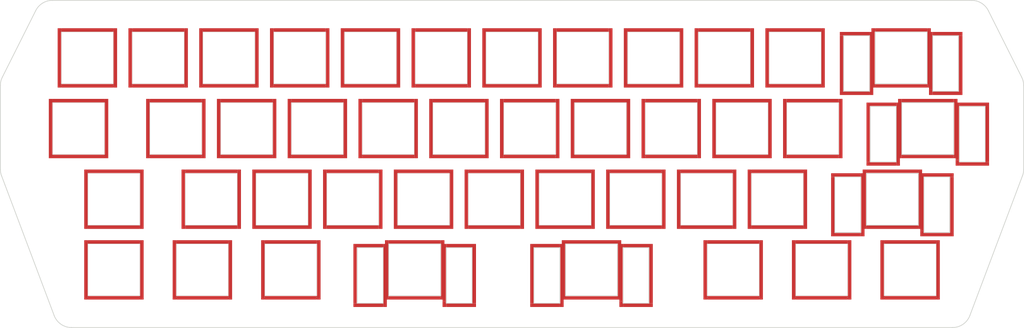
<source format=kicad_pcb>
(kicad_pcb (version 20211014) (generator pcbnew)
  (layers (0 "F.Cu" signal) (31 "B.Cu" signal) (34 "B.Paste" user) (35 "F.Paste" user) (36 "B.SilkS" user "B.Silkscreen") (37 "F.SilkS" user "F.Silkscreen") (38 "B.Mask" user) (39 "F.Mask" user) (44 "Edge.Cuts" user))
  (net 0 "")
  (footprint "mikamo3:KeySwitch_Plate_Hole" (layer "F.Cu") (at 103.4475 184.47125)
    (fp_text reference "REF**" hide)
    (fp_text value "KeySwitch_Plate_Hole" hide)
    (fp_rect (start -7 -7) (end 7 7) (layer "Edge.Cuts") (width 0.12) (fill none))
    (pad "" smd rect (at 0 7.5) (size 14 1) (layers "F.Cu" "F.Paste" "F.Mask"))
    (pad "" smd rect (at 7.5 0 90) (size 16 1) (layers "F.Cu" "F.Paste" "F.Mask"))
    (pad "" smd rect (at -7.5 0 90) (size 16 1) (layers "F.Cu" "F.Paste" "F.Mask"))
    (pad "" smd rect (at 0 -7.5) (size 14 1) (layers "F.Cu" "F.Paste" "F.Mask"))
  )
  (footprint "" (layer "F.Cu") (at 329.862688 195.996)
    (fp_text reference "" (at 0 0) (layer "F.SilkS") (effects (font (size 1.27 1.27))))
    (fp_text value "" (at 0 0) (layer "F.SilkS") (effects (font (size 1.27 1.27))))
    (pad "" np_thru_hole circle (at 0 0) (size 2.3 2.3) (drill 2.3) (layers F&B.Cu *.Mask))
  )
  (footprint "mikamo3:KeySwitch_Plate_Hole" (layer "F.Cu") (at 167.74125 165.42125)
    (fp_text reference "REF**" hide)
    (fp_text value "KeySwitch_Plate_Hole" hide)
    (fp_rect (start -7 -7) (end 7 7) (layer "Edge.Cuts") (width 0.12) (fill none))
    (pad "" smd rect (at 7.5 0 90) (size 16 1) (layers "F.Cu" "F.Paste" "F.Mask"))
    (pad "" smd rect (at -7.5 0 90) (size 16 1) (layers "F.Cu" "F.Paste" "F.Mask"))
    (pad "" smd rect (at 0 -7.5) (size 14 1) (layers "F.Cu" "F.Paste" "F.Mask"))
    (pad "" smd rect (at 0 7.5) (size 14 1) (layers "F.Cu" "F.Paste" "F.Mask"))
  )
  (footprint "mikamo3:KeySwitch_Plate_Hole" (layer "F.Cu") (at 115.35375 127.32125)
    (fp_text reference "REF**" hide)
    (fp_text value "KeySwitch_Plate_Hole" hide)
    (fp_rect (start -7 -7) (end 7 7) (layer "Edge.Cuts") (width 0.12) (fill none))
    (pad "" smd rect (at 7.5 0 90) (size 16 1) (layers "F.Cu" "F.Paste" "F.Mask"))
    (pad "" smd rect (at 0 7.5) (size 14 1) (layers "F.Cu" "F.Paste" "F.Mask"))
    (pad "" smd rect (at -7.5 0 90) (size 16 1) (layers "F.Cu" "F.Paste" "F.Mask"))
    (pad "" smd rect (at 0 -7.5) (size 14 1) (layers "F.Cu" "F.Paste" "F.Mask"))
  )
  (footprint "mikamo3:KeySwitch_Plate_Hole_With_Stabilizer" (layer "F.Cu") (at 322.5225 146.37125)
    (fp_text reference "REF**" hide)
    (fp_text value "KeySwitch_Plate_Hole_With_Stabilizer" hide)
    (fp_line (start 7 -7) (end 7 7) (layer "Edge.Cuts") (width 0.2))
    (fp_line (start -15.5 -6) (end -8.5 -6) (layer "Edge.Cuts") (width 0.2))
    (fp_line (start 7 7) (end -7 7) (layer "Edge.Cuts") (width 0.2))
    (fp_line (start 8.5 -6) (end 15.438 -6) (layer "Edge.Cuts") (width 0.2))
    (fp_line (start -15.5 9) (end -15.5 -6) (layer "Edge.Cuts") (width 0.2))
    (fp_line (start 15.438 9) (end 8.5 9) (layer "Edge.Cuts") (width 0.2))
    (fp_line (start -8.5 9) (end -15.5 9) (layer "Edge.Cuts") (width 0.2))
    (fp_line (start -8.5 -6) (end -8.5 9) (layer "Edge.Cuts") (width 0.2))
    (fp_line (start -7 -7) (end 7 -7) (layer "Edge.Cuts") (width 0.2))
    (fp_line (start -7 7) (end -7 -7) (layer "Edge.Cuts") (width 0.2))
    (fp_line (start 8.5 9) (end 8.5 -6) (layer "Edge.Cuts") (width 0.2))
    (fp_line (start 15.438 -6) (end 15.438 9) (layer "Edge.Cuts") (width 0.2))
    (pad "" smd rect (at -12.5 9.5 180) (size 8 1) (layers "F.Cu" "F.Paste" "F.Mask"))
    (pad "" smd rect (at -8 1.5 180) (size 1 17) (layers "F.Cu" "F.Paste" "F.Mask"))
    (pad "" smd rect (at 0 -7.5) (size 14 1) (layers "F.Cu" "F.Paste" "F.Mask"))
    (pad "" smd rect (at -7.5 0 90) (size 16 1) (layers "F.Cu" "F.Paste" "F.Mask"))
    (pad "" smd rect (at -16 1.5 90) (size 15 1) (layers "F.Cu" "F.Paste" "F.Mask"))
    (pad "" smd rect (at -12.5 -6.5 180) (size 8 1) (layers "F.Cu" "F.Paste" "F.Mask"))
    (pad "" smd rect (at 16 1.5 90) (size 15 1) (layers "F.Cu" "F.Paste" "F.Mask"))
    (pad "" smd rect (at 7.5 0 90) (size 16 1) (layers "F.Cu" "F.Paste" "F.Mask"))
    (pad "" smd rect (at 0 7.5) (size 14 1) (layers "F.Cu" "F.Paste" "F.Mask"))
    (pad "" smd rect (at 8 9.25 180) (size 1 1.5) (layers "F.Cu" "F.Paste" "F.Mask"))
    (pad "" smd rect (at 8 0.75 90) (size 15.5 1) (layers "F.Cu" "F.Paste" "F.Mask"))
    (pad "" smd rect (at 12.5 9.5 180) (size 8 1) (layers "F.Cu" "F.Paste" "F.Mask"))
    (pad "" smd rect (at 12.5 -6.5 180) (size 8 1) (layers "F.Cu" "F.Paste" "F.Mask"))
  )
  (footprint "" (layer "F.Cu") (at 78.215441 161.099753)
    (fp_text reference "" (at 0 0) (layer "F.SilkS") (effects (font (size 1.27 1.27))))
    (fp_text value "" (at 0 0) (layer "F.SilkS") (effects (font (size 1.27 1.27))))
    (pad "" np_thru_hole circle (at 0 0) (size 2.3 2.3) (drill 2.3) (layers F&B.Cu *.Mask))
  )
  (footprint "mikamo3:KeySwitch_Plate_Hole" (layer "F.Cu") (at 93.9225 146.37125)
    (fp_text reference "REF**" hide)
    (fp_text value "KeySwitch_Plate_Hole" hide)
    (fp_rect (start -7 -7) (end 7 7) (layer "Edge.Cuts") (width 0.12) (fill none))
    (pad "" smd rect (at 0 7.5) (size 14 1) (layers "F.Cu" "F.Paste" "F.Mask"))
    (pad "" smd rect (at -7.5 0 90) (size 16 1) (layers "F.Cu" "F.Paste" "F.Mask"))
    (pad "" smd rect (at 7.5 0 90) (size 16 1) (layers "F.Cu" "F.Paste" "F.Mask"))
    (pad "" smd rect (at 0 -7.5) (size 14 1) (layers "F.Cu" "F.Paste" "F.Mask"))
  )
  (footprint "mikamo3:KeySwitch_Plate_Hole" (layer "F.Cu") (at 282.04125 165.42125)
    (fp_text reference "REF**" hide)
    (fp_text value "KeySwitch_Plate_Hole" hide)
    (fp_rect (start -7 -7) (end 7 7) (layer "Edge.Cuts") (width 0.12) (fill none))
    (pad "" smd rect (at 7.5 0 90) (size 16 1) (layers "F.Cu" "F.Paste" "F.Mask"))
    (pad "" smd rect (at -7.5 0 90) (size 16 1) (layers "F.Cu" "F.Paste" "F.Mask"))
    (pad "" smd rect (at 0 -7.5) (size 14 1) (layers "F.Cu" "F.Paste" "F.Mask"))
    (pad "" smd rect (at 0 7.5) (size 14 1) (layers "F.Cu" "F.Paste" "F.Mask"))
  )
  (footprint "mikamo3:KeySwitch_Plate_Hole" (layer "F.Cu") (at 151.0725 184.47125)
    (fp_text reference "REF**" hide)
    (fp_text value "KeySwitch_Plate_Hole" hide)
    (fp_rect (start -7 -7) (end 7 7) (layer "Edge.Cuts") (width 0.12) (fill none))
    (pad "" smd rect (at 0 -7.5) (size 14 1) (layers "F.Cu" "F.Paste" "F.Mask"))
    (pad "" smd rect (at 0 7.5) (size 14 1) (layers "F.Cu" "F.Paste" "F.Mask"))
    (pad "" smd rect (at 7.5 0 90) (size 16 1) (layers "F.Cu" "F.Paste" "F.Mask"))
    (pad "" smd rect (at -7.5 0 90) (size 16 1) (layers "F.Cu" "F.Paste" "F.Mask"))
  )
  (footprint "" (layer "F.Cu") (at 91.345012 195.996)
    (fp_text reference "" (at 0 0) (layer "F.SilkS") (effects (font (size 1.27 1.27))))
    (fp_text value "" (at 0 0) (layer "F.SilkS") (effects (font (size 1.27 1.27))))
    (pad "" np_thru_hole circle (at 0 0) (size 2.3 2.3) (drill 2.3) (layers F&B.Cu *.Mask))
  )
  (footprint "mikamo3:KeySwitch_Plate_Hole_With_Stabilizer" (layer "F.Cu") (at 315.347 127.32125)
    (fp_text reference "REF**" hide)
    (fp_text value "KeySwitch_Plate_Hole_With_Stabilizer" hide)
    (fp_line (start -7 7) (end -7 -7) (layer "Edge.Cuts") (width 0.2))
    (fp_line (start -8.5 9) (end -15.5 9) (layer "Edge.Cuts") (width 0.2))
    (fp_line (start -15.5 -6) (end -8.5 -6) (layer "Edge.Cuts") (width 0.2))
    (fp_line (start -8.5 -6) (end -8.5 9) (layer "Edge.Cuts") (width 0.2))
    (fp_line (start 15.438 9) (end 8.5 9) (layer "Edge.Cuts") (width 0.2))
    (fp_line (start -7 -7) (end 7 -7) (layer "Edge.Cuts") (width 0.2))
    (fp_line (start 8.5 9) (end 8.5 -6) (layer "Edge.Cuts") (width 0.2))
    (fp_line (start 7 -7) (end 7 7) (layer "Edge.Cuts") (width 0.2))
    (fp_line (start -15.5 9) (end -15.5 -6) (layer "Edge.Cuts") (width 0.2))
    (fp_line (start 8.5 -6) (end 15.438 -6) (layer "Edge.Cuts") (width 0.2))
    (fp_line (start 15.438 -6) (end 15.438 9) (layer "Edge.Cuts") (width 0.2))
    (fp_line (start 7 7) (end -7 7) (layer "Edge.Cuts") (width 0.2))
    (pad "" smd rect (at -8 1.5 180) (size 1 17) (layers "F.Cu" "F.Paste" "F.Mask"))
    (pad "" smd rect (at 0 7.5) (size 14 1) (layers "F.Cu" "F.Paste" "F.Mask"))
    (pad "" smd rect (at 8 0.75 90) (size 15.5 1) (layers "F.Cu" "F.Paste" "F.Mask"))
    (pad "" smd rect (at 0 -7.5) (size 14 1) (layers "F.Cu" "F.Paste" "F.Mask"))
    (pad "" smd rect (at 8 9.25 180) (size 1 1.5) (layers "F.Cu" "F.Paste" "F.Mask"))
    (pad "" smd rect (at 12.5 9.5 180) (size 8 1) (layers "F.Cu" "F.Paste" "F.Mask"))
    (pad "" smd rect (at 16 1.5 90) (size 15 1) (layers "F.Cu" "F.Paste" "F.Mask"))
    (pad "" smd rect (at -16 1.5 90) (size 15 1) (layers "F.Cu" "F.Paste" "F.Mask"))
    (pad "" smd rect (at -7.5 0 90) (size 16 1) (layers "F.Cu" "F.Paste" "F.Mask"))
    (pad "" smd rect (at -12.5 -6.5 180) (size 8 1) (layers "F.Cu" "F.Paste" "F.Mask"))
    (pad "" smd rect (at 7.5 0 90) (size 16 1) (layers "F.Cu" "F.Paste" "F.Mask"))
    (pad "" smd rect (at -12.5 9.5 180) (size 8 1) (layers "F.Cu" "F.Paste" "F.Mask"))
    (pad "" smd rect (at 12.5 -6.5 180) (size 8 1) (layers "F.Cu" "F.Paste" "F.Mask"))
  )
  (footprint "mikamo3:HOLE_M2" (layer "F.Cu") (at 86.249472 115.796)
    (fp_text reference "REF**" hide)
    (fp_text value "HOLE_M2" hide)
    (pad "" np_thru_hole circle (at 0 0) (size 2.3 2.3) (drill 2.3) (layers F&B.Cu *.Mask))
  )
  (footprint "mikamo3:KeySwitch_Plate_Hole" (layer "F.Cu") (at 205.84125 165.42125)
    (fp_text reference "REF**" hide)
    (fp_text value "KeySwitch_Plate_Hole" hide)
    (fp_rect (start -7 -7) (end 7 7) (layer "Edge.Cuts") (width 0.12) (fill none))
    (pad "" smd rect (at 0 7.5) (size 14 1) (layers "F.Cu" "F.Paste" "F.Mask"))
    (pad "" smd rect (at 7.5 0 90) (size 16 1) (layers "F.Cu" "F.Paste" "F.Mask"))
    (pad "" smd rect (at -7.5 0 90) (size 16 1) (layers "F.Cu" "F.Paste" "F.Mask"))
    (pad "" smd rect (at 0 -7.5) (size 14 1) (layers "F.Cu" "F.Paste" "F.Mask"))
  )
  (footprint "mikamo3:KeySwitch_Plate_Hole" (layer "F.Cu") (at 293.9475 184.47125)
    (fp_text reference "REF**" hide)
    (fp_text value "KeySwitch_Plate_Hole" hide)
    (fp_rect (start -7 -7) (end 7 7) (layer "Edge.Cuts") (width 0.12) (fill none))
    (pad "" smd rect (at -7.5 0 90) (size 16 1) (layers "F.Cu" "F.Paste" "F.Mask"))
    (pad "" smd rect (at 0 7.5) (size 14 1) (layers "F.Cu" "F.Paste" "F.Mask"))
    (pad "" smd rect (at 0 -7.5) (size 14 1) (layers "F.Cu" "F.Paste" "F.Mask"))
    (pad "" smd rect (at 7.5 0 90) (size 16 1) (layers "F.Cu" "F.Paste" "F.Mask"))
  )
  (footprint "" (layer "F.Cu") (at 334.958228 115.796)
    (fp_text reference "" (at 0 0) (layer "F.SilkS") (effects (font (size 1.27 1.27))))
    (fp_text value "" (at 0 0) (layer "F.SilkS") (effects (font (size 1.27 1.27))))
    (pad "" np_thru_hole circle (at 0 0) (size 2.3 2.3) (drill 2.3) (layers F&B.Cu *.Mask))
  )
  (footprint "mikamo3:KeySwitch_Plate_Hole_With_Stabilizer" (layer "F.Cu") (at 232.00325 184.47125)
    (fp_text reference "REF**" hide)
    (fp_text value "KeySwitch_Plate_Hole_With_Stabilizer" hide)
    (fp_line (start -8.5 9) (end -15.5 9) (layer "Edge.Cuts") (width 0.2))
    (fp_line (start 7 -7) (end 7 7) (layer "Edge.Cuts") (width 0.2))
    (fp_line (start 15.438 9) (end 8.5 9) (layer "Edge.Cuts") (width 0.2))
    (fp_line (start -8.5 -6) (end -8.5 9) (layer "Edge.Cuts") (width 0.2))
    (fp_line (start -7 -7) (end 7 -7) (layer "Edge.Cuts") (width 0.2))
    (fp_line (start -15.5 9) (end -15.5 -6) (layer "Edge.Cuts") (width 0.2))
    (fp_line (start 8.5 9) (end 8.5 -6) (layer "Edge.Cuts") (width 0.2))
    (fp_line (start -7 7) (end -7 -7) (layer "Edge.Cuts") (width 0.2))
    (fp_line (start -15.5 -6) (end -8.5 -6) (layer "Edge.Cuts") (width 0.2))
    (fp_line (start 15.438 -6) (end 15.438 9) (layer "Edge.Cuts") (width 0.2))
    (fp_line (start 7 7) (end -7 7) (layer "Edge.Cuts") (width 0.2))
    (fp_line (start 8.5 -6) (end 15.438 -6) (layer "Edge.Cuts") (width 0.2))
    (pad "" smd rect (at 12.5 9.5 180) (size 8 1) (layers "F.Cu" "F.Paste" "F.Mask"))
    (pad "" smd rect (at -12.5 9.5 180) (size 8 1) (layers "F.Cu" "F.Paste" "F.Mask"))
    (pad "" smd rect (at 12.5 -6.5 180) (size 8 1) (layers "F.Cu" "F.Paste" "F.Mask"))
    (pad "" smd rect (at 16 1.5 90) (size 15 1) (layers "F.Cu" "F.Paste" "F.Mask"))
    (pad "" smd rect (at 8 9.25 180) (size 1 1.5) (layers "F.Cu" "F.Paste" "F.Mask"))
    (pad "" smd rect (at 0 7.5) (size 14 1) (layers "F.Cu" "F.Paste" "F.Mask"))
    (pad "" smd rect (at 0 -7.5) (size 14 1) (layers "F.Cu" "F.Paste" "F.Mask"))
    (pad "" smd rect (at -8 1.5 180) (size 1 17) (layers "F.Cu" "F.Paste" "F.Mask"))
    (pad "" smd rect (at -7.5 0 90) (size 16 1) (layers "F.Cu" "F.Paste" "F.Mask"))
    (pad "" smd rect (at -12.5 -6.5 180) (size 8 1) (layers "F.Cu" "F.Paste" "F.Mask"))
    (pad "" smd rect (at -16 1.5 90) (size 15 1) (layers "F.Cu" "F.Paste" "F.Mask"))
    (pad "" smd rect (at 8 0.75 90) (size 15.5 1) (layers "F.Cu" "F.Paste" "F.Mask"))
    (pad "" smd rect (at 7.5 0 90) (size 16 1) (layers "F.Cu" "F.Paste" "F.Mask"))
  )
  (footprint "mikamo3:KeySwitch_Plate_Hole" (layer "F.Cu") (at 153.45375 127.32125)
    (fp_text reference "REF**" hide)
    (fp_text value "KeySwitch_Plate_Hole" hide)
    (fp_rect (start -7 -7) (end 7 7) (layer "Edge.Cuts") (width 0.12) (fill none))
    (pad "" smd rect (at 0 -7.5) (size 14 1) (layers "F.Cu" "F.Paste" "F.Mask"))
    (pad "" smd rect (at -7.5 0 90) (size 16 1) (layers "F.Cu" "F.Paste" "F.Mask"))
    (pad "" smd rect (at 7.5 0 90) (size 16 1) (layers "F.Cu" "F.Paste" "F.Mask"))
    (pad "" smd rect (at 0 7.5) (size 14 1) (layers "F.Cu" "F.Paste" "F.Mask"))
  )
  (footprint "mikamo3:KeySwitch_Plate_Hole" (layer "F.Cu") (at 129.64125 165.42125)
    (fp_text reference "REF**" hide)
    (fp_text value "KeySwitch_Plate_Hole" hide)
    (fp_rect (start -7 -7) (end 7 7) (layer "Edge.Cuts") (width 0.12) (fill none))
    (pad "" smd rect (at 0 -7.5) (size 14 1) (layers "F.Cu" "F.Paste" "F.Mask"))
    (pad "" smd rect (at -7.5 0 90) (size 16 1) (layers "F.Cu" "F.Paste" "F.Mask"))
    (pad "" smd rect (at 0 7.5) (size 14 1) (layers "F.Cu" "F.Paste" "F.Mask"))
    (pad "" smd rect (at 7.5 0 90) (size 16 1) (layers "F.Cu" "F.Paste" "F.Mask"))
  )
  (footprint "" (layer "F.Cu") (at 205.838099 195.989802)
    (fp_text reference "" (at 0 0) (layer "F.SilkS") (effects (font (size 1.27 1.27))))
    (fp_text value "" (at 0 0) (layer "F.SilkS") (effects (font (size 1.27 1.27))))
    (pad "" np_thru_hole circle (at 0 0) (size 2.3 2.3) (drill 2.3) (layers F&B.Cu *.Mask))
  )
  (footprint "mikamo3:KeySwitch_Plate_Hole" (layer "F.Cu") (at 134.40375 127.32125)
    (fp_text reference "REF**" hide)
    (fp_text value "KeySwitch_Plate_Hole" hide)
    (fp_rect (start -7 -7) (end 7 7) (layer "Edge.Cuts") (width 0.12) (fill none))
    (pad "" smd rect (at -7.5 0 90) (size 16 1) (layers "F.Cu" "F.Paste" "F.Mask"))
    (pad "" smd rect (at 0 -7.5) (size 14 1) (layers "F.Cu" "F.Paste" "F.Mask"))
    (pad "" smd rect (at 0 7.5) (size 14 1) (layers "F.Cu" "F.Paste" "F.Mask"))
    (pad "" smd rect (at 7.5 0 90) (size 16 1) (layers "F.Cu" "F.Paste" "F.Mask"))
  )
  (footprint "mikamo3:KeySwitch_Plate_Hole" (layer "F.Cu") (at 127.26 184.47125)
    (fp_text reference "REF**" hide)
    (fp_text value "KeySwitch_Plate_Hole" hide)
    (fp_rect (start -7 -7) (end 7 7) (layer "Edge.Cuts") (width 0.12) (fill none))
    (pad "" smd rect (at 7.5 0 90) (size 16 1) (layers "F.Cu" "F.Paste" "F.Mask"))
    (pad "" smd rect (at 0 7.5) (size 14 1) (layers "F.Cu" "F.Paste" "F.Mask"))
    (pad "" smd rect (at -7.5 0 90) (size 16 1) (layers "F.Cu" "F.Paste" "F.Mask"))
    (pad "" smd rect (at 0 -7.5) (size 14 1) (layers "F.Cu" "F.Paste" "F.Mask"))
  )
  (footprint "mikamo3:KeySwitch_Plate_Hole" (layer "F.Cu") (at 177.26625 146.37125)
    (fp_text reference "REF**" hide)
    (fp_text value "KeySwitch_Plate_Hole" hide)
    (fp_rect (start -7 -7) (end 7 7) (layer "Edge.Cuts") (width 0.12) (fill none))
    (pad "" smd rect (at 0 -7.5) (size 14 1) (layers "F.Cu" "F.Paste" "F.Mask"))
    (pad "" smd rect (at 0 7.5) (size 14 1) (layers "F.Cu" "F.Paste" "F.Mask"))
    (pad "" smd rect (at -7.5 0 90) (size 16 1) (layers "F.Cu" "F.Paste" "F.Mask"))
    (pad "" smd rect (at 7.5 0 90) (size 16 1) (layers "F.Cu" "F.Paste" "F.Mask"))
  )
  (footprint "mikamo3:KeySwitch_Plate_Hole" (layer "F.Cu") (at 229.65375 127.32125)
    (fp_text reference "REF**" hide)
    (fp_text value "KeySwitch_Plate_Hole" hide)
    (fp_rect (start -7 -7) (end 7 7) (layer "Edge.Cuts") (width 0.12) (fill none))
    (pad "" smd rect (at 0 7.5) (size 14 1) (layers "F.Cu" "F.Paste" "F.Mask"))
    (pad "" smd rect (at 7.5 0 90) (size 16 1) (layers "F.Cu" "F.Paste" "F.Mask"))
    (pad "" smd rect (at -7.5 0 90) (size 16 1) (layers "F.Cu" "F.Paste" "F.Mask"))
    (pad "" smd rect (at 0 -7.5) (size 14 1) (layers "F.Cu" "F.Paste" "F.Mask"))
  )
  (footprint "mikamo3:KeySwitch_Plate_Hole" (layer "F.Cu") (at 243.94125 165.42125)
    (fp_text reference "REF**" hide)
    (fp_text value "KeySwitch_Plate_Hole" hide)
    (fp_rect (start -7 -7) (end 7 7) (layer "Edge.Cuts") (width 0.12) (fill none))
    (pad "" smd rect (at 0 7.5) (size 14 1) (layers "F.Cu" "F.Paste" "F.Mask"))
    (pad "" smd rect (at 0 -7.5) (size 14 1) (layers "F.Cu" "F.Paste" "F.Mask"))
    (pad "" smd rect (at 7.5 0 90) (size 16 1) (layers "F.Cu" "F.Paste" "F.Mask"))
    (pad "" smd rect (at -7.5 0 90) (size 16 1) (layers "F.Cu" "F.Paste" "F.Mask"))
  )
  (footprint "mikamo3:KeySwitch_Plate_Hole" (layer "F.Cu") (at 139.16625 146.37125)
    (fp_text reference "REF**" hide)
    (fp_text value "KeySwitch_Plate_Hole" hide)
    (fp_rect (start -7 -7) (end 7 7) (layer "Edge.Cuts") (width 0.12) (fill none))
    (pad "" smd rect (at 0 7.5) (size 14 1) (layers "F.Cu" "F.Paste" "F.Mask"))
    (pad "" smd rect (at 0 -7.5) (size 14 1) (layers "F.Cu" "F.Paste" "F.Mask"))
    (pad "" smd rect (at -7.5 0 90) (size 16 1) (layers "F.Cu" "F.Paste" "F.Mask"))
    (pad "" smd rect (at 7.5 0 90) (size 16 1) (layers "F.Cu" "F.Paste" "F.Mask"))
  )
  (footprint "mikamo3:KeySwitch_Plate_Hole" (layer "F.Cu") (at 172.50375 127.32125)
    (fp_text reference "REF**" hide)
    (fp_text value "KeySwitch_Plate_Hole" hide)
    (fp_rect (start -7 -7) (end 7 7) (layer "Edge.Cuts") (width 0.12) (fill none))
    (pad "" smd rect (at 7.5 0 90) (size 16 1) (layers "F.Cu" "F.Paste" "F.Mask"))
    (pad "" smd rect (at 0 -7.5) (size 14 1) (layers "F.Cu" "F.Paste" "F.Mask"))
    (pad "" smd rect (at -7.5 0 90) (size 16 1) (layers "F.Cu" "F.Paste" "F.Mask"))
    (pad "" smd rect (at 0 7.5) (size 14 1) (layers "F.Cu" "F.Paste" "F.Mask"))
  )
  (footprint "" (layer "F.Cu") (at 201.089274 115.8)
    (fp_text reference "" (at 0 0) (layer "F.SilkS") (effects (font (size 1.27 1.27))))
    (fp_text value "" (at 0 0) (layer "F.SilkS") (effects (font (size 1.27 1.27))))
    (pad "" np_thru_hole circle (at 0 0) (size 2.3 2.3) (drill 2.3) (layers F&B.Cu *.Mask))
  )
  (footprint "mikamo3:KeySwitch_Plate_Hole" (layer "F.Cu") (at 291.56625 146.37125)
    (fp_text reference "REF**" hide)
    (fp_text value "KeySwitch_Plate_Hole" hide)
    (fp_rect (start -7 -7) (end 7 7) (layer "Edge.Cuts") (width 0.12) (fill none))
    (pad "" smd rect (at -7.5 0 90) (size 16 1) (layers "F.Cu" "F.Paste" "F.Mask"))
    (pad "" smd rect (at 0 7.5) (size 14 1) (layers "F.Cu" "F.Paste" "F.Mask"))
    (pad "" smd rect (at 7.5 0 90) (size 16 1) (layers "F.Cu" "F.Paste" "F.Mask"))
    (pad "" smd rect (at 0 -7.5) (size 14 1) (layers "F.Cu" "F.Paste" "F.Mask"))
  )
  (footprint "mikamo3:KeySwitch_Plate_Hole" (layer "F.Cu") (at 158.21625 146.37125)
    (fp_text reference "REF**" hide)
    (fp_text value "KeySwitch_Plate_Hole" hide)
    (fp_rect (start -7 -7) (end 7 7) (layer "Edge.Cuts") (width 0.12) (fill none))
    (pad "" smd rect (at 0 7.5) (size 14 1) (layers "F.Cu" "F.Paste" "F.Mask"))
    (pad "" smd rect (at 0 -7.5) (size 14 1) (layers "F.Cu" "F.Paste" "F.Mask"))
    (pad "" smd rect (at 7.5 0 90) (size 16 1) (layers "F.Cu" "F.Paste" "F.Mask"))
    (pad "" smd rect (at -7.5 0 90) (size 16 1) (layers "F.Cu" "F.Paste" "F.Mask"))
  )
  (footprint "mikamo3:KeySwitch_Plate_Hole" (layer "F.Cu") (at 267.75375 127.32125)
    (fp_text reference "REF**" hide)
    (fp_text value "KeySwitch_Plate_Hole" hide)
    (fp_rect (start -7 -7) (end 7 7) (layer "Edge.Cuts") (width 0.12) (fill none))
    (pad "" smd rect (at 0 -7.5) (size 14 1) (layers "F.Cu" "F.Paste" "F.Mask"))
    (pad "" smd rect (at 7.5 0 90) (size 16 1) (layers "F.Cu" "F.Paste" "F.Mask"))
    (pad "" smd rect (at -7.5 0 90) (size 16 1) (layers "F.Cu" "F.Paste" "F.Mask"))
    (pad "" smd rect (at 0 7.5) (size 14 1) (layers "F.Cu" "F.Paste" "F.Mask"))
  )
  (footprint "mikamo3:KeySwitch_Plate_Hole" (layer "F.Cu") (at 196.31625 146.37125)
    (fp_text reference "REF**" hide)
    (fp_text value "KeySwitch_Plate_Hole" hide)
    (fp_rect (start -7 -7) (end 7 7) (layer "Edge.Cuts") (width 0.12) (fill none))
    (pad "" smd rect (at 0 -7.5) (size 14 1) (layers "F.Cu" "F.Paste" "F.Mask"))
    (pad "" smd rect (at 0 7.5) (size 14 1) (layers "F.Cu" "F.Paste" "F.Mask"))
    (pad "" smd rect (at -7.5 0 90) (size 16 1) (layers "F.Cu" "F.Paste" "F.Mask"))
    (pad "" smd rect (at 7.5 0 90) (size 16 1) (layers "F.Cu" "F.Paste" "F.Mask"))
  )
  (footprint "mikamo3:KeySwitch_Plate_Hole" (layer "F.Cu") (at 317.76 184.47125)
    (fp_text reference "REF**" hide)
    (fp_text value "KeySwitch_Plate_Hole" hide)
    (fp_rect (start -7 -7) (end 7 7) (layer "Edge.Cuts") (width 0.12) (fill none))
    (pad "" smd rect (at -7.5 0 90) (size 16 1) (layers "F.Cu" "F.Paste" "F.Mask"))
    (pad "" smd rect (at 0 -7.5) (size 14 1) (layers "F.Cu" "F.Paste" "F.Mask"))
    (pad "" smd rect (at 0 7.5) (size 14 1) (layers "F.Cu" "F.Paste" "F.Mask"))
    (pad "" smd rect (at 7.5 0 90) (size 16 1) (layers "F.Cu" "F.Paste" "F.Mask"))
  )
  (footprint "mikamo3:KeySwitch_Plate_Hole" (layer "F.Cu") (at 148.69125 165.42125)
    (fp_text reference "REF**" hide)
    (fp_text value "KeySwitch_Plate_Hole" hide)
    (fp_rect (start -7 -7) (end 7 7) (layer "Edge.Cuts") (width 0.12) (fill none))
    (pad "" smd rect (at 7.5 0 90) (size 16 1) (layers "F.Cu" "F.Paste" "F.Mask"))
    (pad "" smd rect (at 0 -7.5) (size 14 1) (layers "F.Cu" "F.Paste" "F.Mask"))
    (pad "" smd rect (at -7.5 0 90) (size 16 1) (layers "F.Cu" "F.Paste" "F.Mask"))
    (pad "" smd rect (at 0 7.5) (size 14 1) (layers "F.Cu" "F.Paste" "F.Mask"))
  )
  (footprint "" (layer "F.Cu") (at 342.950485 161.126003)
    (fp_text reference "" (at 0 0) (layer "F.SilkS") (effects (font (size 1.27 1.27))))
    (fp_text value "" (at 0 0) (layer "F.SilkS") (effects (font (size 1.27 1.27))))
    (pad "" np_thru_hole circle (at 0 0) (size 2.3 2.3) (drill 2.3) (layers F&B.Cu *.Mask))
  )
  (footprint "mikamo3:KeySwitch_Plate_Hole" (layer "F.Cu") (at 186.79125 165.42125)
    (fp_text reference "REF**" hide)
    (fp_text value "KeySwitch_Plate_Hole" hide)
    (fp_rect (start -7 -7) (end 7 7) (layer "Edge.Cuts") (width 0.12) (fill none))
    (pad "" smd rect (at 0 -7.5) (size 14 1) (layers "F.Cu" "F.Paste" "F.Mask"))
    (pad "" smd rect (at -7.5 0 90) (size 16 1) (layers "F.Cu" "F.Paste" "F.Mask"))
    (pad "" smd rect (at 0 7.5) (size 14 1) (layers "F.Cu" "F.Paste" "F.Mask"))
    (pad "" smd rect (at 7.5 0 90) (size 16 1) (layers "F.Cu" "F.Paste" "F.Mask"))
  )
  (footprint "mikamo3:KeySwitch_Plate_Hole" (layer "F.Cu") (at 253.46625 146.37125)
    (fp_text reference "REF**" hide)
    (fp_text value "KeySwitch_Plate_Hole" hide)
    (fp_rect (start -7 -7) (end 7 7) (layer "Edge.Cuts") (width 0.12) (fill none))
    (pad "" smd rect (at -7.5 0 90) (size 16 1) (layers "F.Cu" "F.Paste" "F.Mask"))
    (pad "" smd rect (at 0 7.5) (size 14 1) (layers "F.Cu" "F.Paste" "F.Mask"))
    (pad "" smd rect (at 0 -7.5) (size 14 1) (layers "F.Cu" "F.Paste" "F.Mask"))
    (pad "" smd rect (at 7.5 0 90) (size 16 1) (layers "F.Cu" "F.Paste" "F.Mask"))
  )
  (footprint "mikamo3:KeySwitch_Plate_Hole" (layer "F.Cu") (at 224.89125 165.42125)
    (fp_text reference "REF**" hide)
    (fp_text value "KeySwitch_Plate_Hole" hide)
    (fp_rect (start -7 -7) (end 7 7) (layer "Edge.Cuts") (width 0.12) (fill none))
    (pad "" smd rect (at -7.5 0 90) (size 16 1) (layers "F.Cu" "F.Paste" "F.Mask"))
    (pad "" smd rect (at 0 -7.5) (size 14 1) (layers "F.Cu" "F.Paste" "F.Mask"))
    (pad "" smd rect (at 0 7.5) (size 14 1) (layers "F.Cu" "F.Paste" "F.Mask"))
    (pad "" smd rect (at 7.5 0 90) (size 16 1) (layers "F.Cu" "F.Paste" "F.Mask"))
  )
  (footprint "mikamo3:KeySwitch_Plate_Hole" (layer "F.Cu") (at 191.55375 127.32125)
    (fp_text reference "REF**" hide)
    (fp_text value "KeySwitch_Plate_Hole" hide)
    (fp_rect (start -7 -7) (end 7 7) (layer "Edge.Cuts") (width 0.12) (fill none))
    (pad "" smd rect (at 0 7.5) (size 14 1) (layers "F.Cu" "F.Paste" "F.Mask"))
    (pad "" smd rect (at 7.5 0 90) (size 16 1) (layers "F.Cu" "F.Paste" "F.Mask"))
    (pad "" smd rect (at -7.5 0 90) (size 16 1) (layers "F.Cu" "F.Paste" "F.Mask"))
    (pad "" smd rect (at 0 -7.5) (size 14 1) (layers "F.Cu" "F.Paste" "F.Mask"))
  )
  (footprint "mikamo3:KeySwitch_Plate_Hole" (layer "F.Cu") (at 248.70375 127.32125)
    (fp_text reference "REF**" hide)
    (fp_text value "KeySwitch_Plate_Hole" hide)
    (fp_rect (start -7 -7) (end 7 7) (layer "Edge.Cuts") (width 0.12) (fill none))
    (pad "" smd rect (at -7.5 0 90) (size 16 1) (layers "F.Cu" "F.Paste" "F.Mask"))
    (pad "" smd rect (at 0 -7.5) (size 14 1) (layers "F.Cu" "F.Paste" "F.Mask"))
    (pad "" smd rect (at 7.5 0 90) (size 16 1) (layers "F.Cu" "F.Paste" "F.Mask"))
    (pad "" smd rect (at 0 7.5) (size 14 1) (layers "F.Cu" "F.Paste" "F.Mask"))
  )
  (footprint "mikamo3:KeySwitch_Plate_Hole" (layer "F.Cu") (at 286.80375 127.32125)
    (fp_text reference "REF**" hide)
    (fp_text value "KeySwitch_Plate_Hole" hide)
    (fp_rect (start -7 -7) (end 7 7) (layer "Edge.Cuts") (width 0.12) (fill none))
    (pad "" smd rect (at 7.5 0 90) (size 16 1) (layers "F.Cu" "F.Paste" "F.Mask"))
    (pad "" smd rect (at -7.5 0 90) (size 16 1) (layers "F.Cu" "F.Paste" "F.Mask"))
    (pad "" smd rect (at 0 -7.5) (size 14 1) (layers "F.Cu" "F.Paste" "F.Mask"))
    (pad "" smd rect (at 0 7.5) (size 14 1) (layers "F.Cu" "F.Paste" "F.Mask"))
  )
  (footprint "mikamo3:KeySwitch_Plate_Hole" (layer "F.Cu") (at 96.30375 127.32125)
    (fp_text reference "REF**" hide)
    (fp_text value "KeySwitch_Plate_Hole" hide)
    (fp_rect (start -7 -7) (end 7 7) (layer "Edge.Cuts") (width 0.12) (fill none))
    (pad "" smd rect (at 0 -7.5) (size 14 1) (layers "F.Cu" "F.Paste" "F.Mask"))
    (pad "" smd rect (at 0 7.5) (size 14 1) (layers "F.Cu" "F.Paste" "F.Mask"))
    (pad "" smd rect (at -7.5 0 90) (size 16 1) (layers "F.Cu" "F.Paste" "F.Mask"))
    (pad "" smd rect (at 7.5 0 90) (size 16 1) (layers "F.Cu" "F.Paste" "F.Mask"))
  )
  (footprint "mikamo3:KeySwitch_Plate_Hole" (layer "F.Cu") (at 234.41625 146.37125)
    (fp_text reference "REF**" hide)
    (fp_text value "KeySwitch_Plate_Hole" hide)
    (fp_rect (start -7 -7) (end 7 7) (layer "Edge.Cuts") (width 0.12) (fill none))
    (pad "" smd rect (at 0 -7.5) (size 14 1) (layers "F.Cu" "F.Paste" "F.Mask"))
    (pad "" smd rect (at -7.5 0 90) (size 16 1) (layers "F.Cu" "F.Paste" "F.Mask"))
    (pad "" smd rect (at 0 7.5) (size 14 1) (layers "F.Cu" "F.Paste" "F.Mask"))
    (pad "" smd rect (at 7.5 0 90) (size 16 1) (layers "F.Cu" "F.Paste" "F.Mask"))
  )
  (footprint "" (layer "F.Cu") (at 78.689375 130.909)
    (fp_text reference "" (at 0 0) (layer "F.SilkS") (effects (font (size 1.27 1.27))))
    (fp_text value "" (at 0 0) (layer "F.SilkS") (effects (font (size 1.27 1.27))))
    (pad "" np_thru_hole circle (at 0 0) (size 2.3 2.3) (drill 2.3) (layers F&B.Cu *.Mask))
  )
  (footprint "mikamo3:KeySwitch_Plate_Hole" (layer "F.Cu") (at 262.99125 165.42125)
    (fp_text reference "REF**" hide)
    (fp_text value "KeySwitch_Plate_Hole" hide)
    (fp_rect (start -7 -7) (end 7 7) (layer "Edge.Cuts") (width 0.12) (fill none))
    (pad "" smd rect (at 7.5 0 90) (size 16 1) (layers "F.Cu" "F.Paste" "F.Mask"))
    (pad "" smd rect (at 0 -7.5) (size 14 1) (layers "F.Cu" "F.Paste" "F.Mask"))
    (pad "" smd rect (at -7.5 0 90) (size 16 1) (layers "F.Cu" "F.Paste" "F.Mask"))
    (pad "" smd rect (at 0 7.5) (size 14 1) (layers "F.Cu" "F.Paste" "F.Mask"))
  )
  (footprint "mikamo3:KeySwitch_Plate_Hole_With_Stabilizer" (layer "F.Cu") (at 184.41 184.47125)
    (fp_text reference "REF**" hide)
    (fp_text value "KeySwitch_Plate_Hole_With_Stabilizer" hide)
    (fp_line (start 7 -7) (end 7 7) (layer "Edge.Cuts") (width 0.2))
    (fp_line (start -7 7) (end -7 -7) (layer "Edge.Cuts") (width 0.2))
    (fp_line (start 15.438 -6) (end 15.438 9) (layer "Edge.Cuts") (width 0.2))
    (fp_line (start -7 -7) (end 7 -7) (layer "Edge.Cuts") (width 0.2))
    (fp_line (start 8.5 9) (end 8.5 -6) (layer "Edge.Cuts") (width 0.2))
    (fp_line (start -15.5 9) (end -15.5 -6) (layer "Edge.Cuts") (width 0.2))
    (fp_line (start 15.438 9) (end 8.5 9) (layer "Edge.Cuts") (width 0.2))
    (fp_line (start 7 7) (end -7 7) (layer "Edge.Cuts") (width 0.2))
    (fp_line (start -8.5 9) (end -15.5 9) (layer "Edge.Cuts") (width 0.2))
    (fp_line (start -15.5 -6) (end -8.5 -6) (layer "Edge.Cuts") (width 0.2))
    (fp_line (start -8.5 -6) (end -8.5 9) (layer "Edge.Cuts") (width 0.2))
    (fp_line (start 8.5 -6) (end 15.438 -6) (layer "Edge.Cuts") (width 0.2))
    (pad "" smd rect (at -12.5 -6.5 180) (size 8 1) (layers "F.Cu" "F.Paste" "F.Mask"))
    (pad "" smd rect (at 7.5 0 90) (size 16 1) (layers "F.Cu" "F.Paste" "F.Mask"))
    (pad "" smd rect (at -7.5 0 90) (size 16 1) (layers "F.Cu" "F.Paste" "F.Mask"))
    (pad "" smd rect (at 0 -7.5) (size 14 1) (layers "F.Cu" "F.Paste" "F.Mask"))
    (pad "" smd rect (at 8 9.25 180) (size 1 1.5) (layers "F.Cu" "F.Paste" "F.Mask"))
    (pad "" smd rect (at 12.5 9.5 180) (size 8 1) (layers "F.Cu" "F.Paste" "F.Mask"))
    (pad "" smd rect (at 0 7.5) (size 14 1) (layers "F.Cu" "F.Paste" "F.Mask"))
    (pad "" smd rect (at 16 1.5 90) (size 15 1) (layers "F.Cu" "F.Paste" "F.Mask"))
    (pad "" smd rect (at -12.5 9.5 180) (size 8 1) (layers "F.Cu" "F.Paste" "F.Mask"))
    (pad "" smd rect (at 8 0.75 90) (size 15.5 1) (layers "F.Cu" "F.Paste" "F.Mask"))
    (pad "" smd rect (at -16 1.5 90) (size 15 1) (layers "F.Cu" "F.Paste" "F.Mask"))
    (pad "" smd rect (at 12.5 -6.5 180) (size 8 1) (layers "F.Cu" "F.Paste" "F.Mask"))
    (pad "" smd rect (at -8 1.5 180) (size 1 17) (layers "F.Cu" "F.Paste" "F.Mask"))
  )
  (footprint "mikamo3:KeySwitch_Plate_Hole" (layer "F.Cu") (at 210.60375 127.32125)
    (fp_text reference "REF**" hide)
    (fp_text value "KeySwitch_Plate_Hole" hide)
    (fp_rect (start -7 -7) (end 7 7) (layer "Edge.Cuts") (width 0.12) (fill none))
    (pad "" smd rect (at 0 7.5) (size 14 1) (layers "F.Cu" "F.Paste" "F.Mask"))
    (pad "" smd rect (at 7.5 0 90) (size 16 1) (layers "F.Cu" "F.Paste" "F.Mask"))
    (pad "" smd rect (at -7.5 0 90) (size 16 1) (layers "F.Cu" "F.Paste" "F.Mask"))
    (pad "" smd rect (at 0 -7.5) (size 14 1) (layers "F.Cu" "F.Paste" "F.Mask"))
  )
  (footprint "mikamo3:KeySwitch_Plate_Hole" (layer "F.Cu") (at 103.4475 165.42125)
    (fp_text reference "REF**" hide)
    (fp_text value "KeySwitch_Plate_Hole" hide)
    (fp_rect (start -7 -7) (end 7 7) (layer "Edge.Cuts") (width 0.12) (fill none))
    (pad "" smd rect (at 7.5 0 90) (size 16 1) (layers "F.Cu" "F.Paste" "F.Mask"))
    (pad "" smd rect (at -7.5 0 90) (size 16 1) (layers "F.Cu" "F.Paste" "F.Mask"))
    (pad "" smd rect (at 0 -7.5) (size 14 1) (layers "F.Cu" "F.Paste" "F.Mask"))
    (pad "" smd rect (at 0 7.5) (size 14 1) (layers "F.Cu" "F.Paste" "F.Mask"))
  )
  (footprint "mikamo3:KeySwitch_Plate_Hole" (layer "F.Cu") (at 272.51625 146.37125)
    (fp_text reference "REF**" hide)
    (fp_text value "KeySwitch_Plate_Hole" hide)
    (fp_rect (start -7 -7) (end 7 7) (layer "Edge.Cuts") (width 0.12) (fill none))
    (pad "" smd rect (at -7.5 0 90) (size 16 1) (layers "F.Cu" "F.Paste" "F.Mask"))
    (pad "" smd rect (at 0 7.5) (size 14 1) (layers "F.Cu" "F.Paste" "F.Mask"))
    (pad "" smd rect (at 7.5 0 90) (size 16 1) (layers "F.Cu" "F.Paste" "F.Mask"))
    (pad "" smd rect (at 0 -7.5) (size 14 1) (layers "F.Cu" "F.Paste" "F.Mask"))
  )
  (footprint "mikamo3:KeySwitch_Plate_Hole" (layer "F.Cu") (at 215.36625 146.37125)
    (fp_text reference "REF**" hide)
    (fp_text value "KeySwitch_Plate_Hole" hide)
    (fp_rect (start -7 -7) (end 7 7) (layer "Edge.Cuts") (width 0.12) (fill none))
    (pad "" smd rect (at 0 7.5) (size 14 1) (layers "F.Cu" "F.Paste" "F.Mask"))
    (pad "" smd rect (at -7.5 0 90) (size 16 1) (layers "F.Cu" "F.Paste" "F.Mask"))
    (pad "" smd rect (at 0 -7.5) (size 14 1) (layers "F.Cu" "F.Paste" "F.Mask"))
    (pad "" smd rect (at 7.5 0 90) (size 16 1) (layers "F.Cu" "F.Paste" "F.Mask"))
  )
  (footprint "mikamo3:KeySwitch_Plate_Hole" (layer "F.Cu") (at 270.135 184.47125)
    (fp_text reference "REF**" hide)
    (fp_text value "KeySwitch_Plate_Hole" hide)
    (fp_rect (start -7 -7) (end 7 7) (layer "Edge.Cuts") (width 0.12) (fill none))
    (pad "" smd rect (at -7.5 0 90) (size 16 1) (layers "F.Cu" "F.Paste" "F.Mask"))
    (pad "" smd rect (at 7.5 0 90) (size 16 1) (layers "F.Cu" "F.Paste" "F.Mask"))
    (pad "" smd rect (at 0 7.5) (size 14 1) (layers "F.Cu" "F.Paste" "F.Mask"))
    (pad "" smd rect (at 0 -7.5) (size 14 1) (layers "F.Cu" "F.Paste" "F.Mask"))
  )
  (footprint "" (layer "F.Cu") (at 342.50089 130.926003)
    (fp_text reference "" (at 0 0) (layer "F.SilkS") (effects (font (size 1.27 1.27))))
    (fp_text value "" (at 0 0) (layer "F.SilkS") (effects (font (size 1.27 1.27))))
    (pad "" np_thru_hole circle (at 0 0) (size 2.3 2.3) (drill 2.3) (layers F&B.Cu *.Mask))
  )
  (footprint "mikamo3:KeySwitch_Plate_Hole_With_Stabilizer" (layer "F.Cu") (at 312.9975 165.42125)
    (fp_text reference "REF**" hide)
    (fp_text value "KeySwitch_Plate_Hole_With_Stabilizer" hide)
    (fp_line (start 8.5 -6) (end 15.438 -6) (layer "Edge.Cuts") (width 0.2))
    (fp_line (start 15.438 -6) (end 15.438 9) (layer "Edge.Cuts") (width 0.2))
    (fp_line (start -8.5 9) (end -15.5 9) (layer "Edge.Cuts") (width 0.2))
    (fp_line (start 15.438 9) (end 8.5 9) (layer "Edge.Cuts") (width 0.2))
    (fp_line (start 8.5 9) (end 8.5 -6) (layer "Edge.Cuts") (width 0.2))
    (fp_line (start -15.5 9) (end -15.5 -6) (layer "Edge.Cuts") (width 0.2))
    (fp_line (start 7 -7) (end 7 7) (layer "Edge.Cuts") (width 0.2))
    (fp_line (start -7 -7) (end 7 -7) (layer "Edge.Cuts") (width 0.2))
    (fp_line (start -7 7) (end -7 -7) (layer "Edge.Cuts") (width 0.2))
    (fp_line (start 7 7) (end -7 7) (layer "Edge.Cuts") (width 0.2))
    (fp_line (start -15.5 -6) (end -8.5 -6) (layer "Edge.Cuts") (width 0.2))
    (fp_line (start -8.5 -6) (end -8.5 9) (layer "Edge.Cuts") (width 0.2))
    (pad "" smd rect (at -12.5 9.5 180) (size 8 1) (layers "F.Cu" "F.Paste" "F.Mask"))
    (pad "" smd rect (at -12.5 -6.5 180) (size 8 1) (layers "F.Cu" "F.Paste" "F.Mask"))
    (pad "" smd rect (at 16 1.5 90) (size 15 1) (layers "F.Cu" "F.Paste" "F.Mask"))
    (pad "" smd rect (at 0 7.5) (size 14 1) (layers "F.Cu" "F.Paste" "F.Mask"))
    (pad "" smd rect (at 8 0.75 90) (size 15.5 1) (layers "F.Cu" "F.Paste" "F.Mask"))
    (pad "" smd rect (at -8 1.5 180) (size 1 17) (layers "F.Cu" "F.Paste" "F.Mask"))
    (pad "" smd rect (at 7.5 0 90) (size 16 1) (layers "F.Cu" "F.Paste" "F.Mask"))
    (pad "" smd rect (at 0 -7.5) (size 14 1) (layers "F.Cu" "F.Paste" "F.Mask"))
    (pad "" smd rect (at 8 9.25 180) (size 1 1.5) (layers "F.Cu" "F.Paste" "F.Mask"))
    (pad "" smd rect (at -16 1.5 90) (size 15 1) (layers "F.Cu" "F.Paste" "F.Mask"))
    (pad "" smd rect (at -7.5 0 90) (size 16 1) (layers "F.Cu" "F.Paste" "F.Mask"))
    (pad "" smd rect (at 12.5 -6.5 180) (size 8 1) (layers "F.Cu" "F.Paste" "F.Mask"))
    (pad "" smd rect (at 12.5 9.5 180) (size 8 1) (layers "F.Cu" "F.Paste" "F.Mask"))
  )
  (footprint "mikamo3:KeySwitch_Plate_Hole" (layer "F.Cu") (at 120.11625 146.37125)
    (fp_text reference "REF**" hide)
    (fp_text value "KeySwitch_Plate_Hole" hide)
    (fp_rect (start -7 -7) (end 7 7) (layer "Edge.Cuts") (width 0.12) (fill none))
    (pad "" smd rect (at 0 7.5) (size 14 1) (layers "F.Cu" "F.Paste" "F.Mask"))
    (pad "" smd rect (at 7.5 0 90) (size 16 1) (layers "F.Cu" "F.Paste" "F.Mask"))
    (pad "" smd rect (at 0 -7.5) (size 14 1) (layers "F.Cu" "F.Paste" "F.Mask"))
    (pad "" smd rect (at -7.5 0 90) (size 16 1) (layers "F.Cu" "F.Paste" "F.Mask"))
  )
  (gr_line (start 82.398308 114.574205) (end 73.409923 132.523595) (layer "Edge.Cuts") (width 0.2))
  (gr_line (start 72.880694 134.76239) (end 72.880694 157.344269) (layer "Edge.Cuts") (width 0.2))
  (gr_line (start 347.801765 132.523595) (end 338.81338 114.574205) (layer "Edge.Cuts") (width 0.2))
  (gr_arc (start 82.398308 114.574205) (mid 84.24172 112.558944) (end 86.869079 111.813) (layer "Edge.Cuts") (width 0.2))
  (gr_line (start 333.852547 196.772208) (end 348.011292 159.103477) (layer "Edge.Cuts") (width 0.2))
  (gr_line (start 334.342609 111.813) (end 86.869079 111.813) (layer "Edge.Cuts") (width 0.2))
  (gr_arc (start 72.880694 134.76239) (mid 73.0148 133.612142) (end 73.409923 132.523595) (layer "Edge.Cuts") (width 0.2))
  (gr_line (start 92.039439 200.013) (end 329.172249 200.013) (layer "Edge.Cuts") (width 0.2))
  (gr_arc (start 333.852547 196.772208) (mid 332.018647 199.12372) (end 329.172249 200.013) (layer "Edge.Cuts") (width 0.2))
  (gr_arc (start 334.342609 111.813) (mid 336.969967 112.558944) (end 338.81338 114.574205) (layer "Edge.Cuts") (width 0.2))
  (gr_line (start 348.330994 157.344269) (end 348.330994 134.76239) (layer "Edge.Cuts") (width 0.2))
  (gr_arc (start 347.801765 132.523595) (mid 348.196888 133.612142) (end 348.330994 134.76239) (layer "Edge.Cuts") (width 0.2))
  (gr_arc (start 348.330994 157.344269) (mid 348.250419 158.23828) (end 348.011292 159.103477) (layer "Edge.Cuts") (width 0.2))
  (gr_arc (start 73.200396 159.103477) (mid 72.961269 158.23828) (end 72.880694 157.344269) (layer "Edge.Cuts") (width 0.2))
  (gr_arc (start 92.039439 200.013) (mid 89.193041 199.12372) (end 87.359141 196.772208) (layer "Edge.Cuts") (width 0.2))
  (gr_line (start 73.200396 159.103477) (end 87.359141 196.772208) (layer "Edge.Cuts") (width 0.2))
)
</source>
